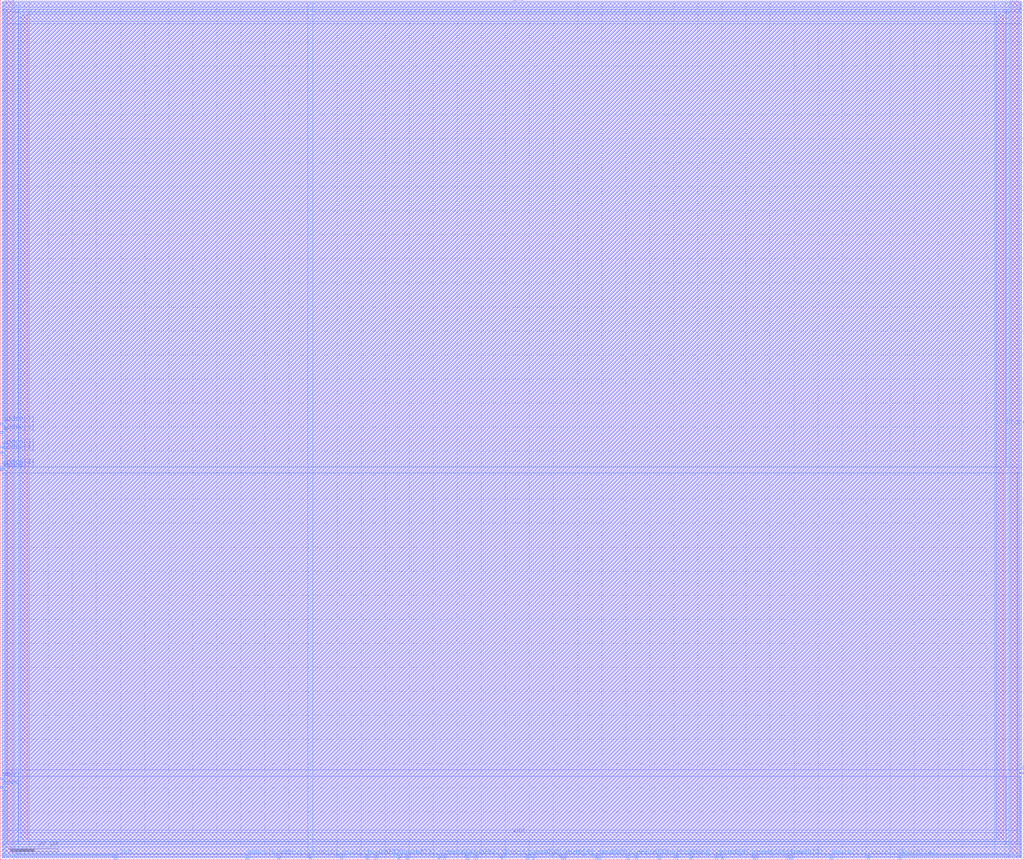
<source format=lef>
VERSION 5.4 ;
NAMESCASESENSITIVE ON ;
BUSBITCHARS "[]" ;
DIVIDERCHAR "/" ;
UNITS
  DATABASE MICRONS 2000 ;
END UNITS
MACRO conv2_wm_sram_16_200_sky130A
   CLASS BLOCK ;
   SIZE 425.57 BY 357.74 ;
   SYMMETRY X Y R90 ;
   PIN din0[0]
      DIRECTION INPUT ;
      PORT
         LAYER m4 ;
         RECT  128.52 0.0 129.26 1.93 ;
      END
   END din0[0]
   PIN din0[1]
      DIRECTION INPUT ;
      PORT
         LAYER m4 ;
         RECT  141.61 0.0 142.35 1.93 ;
      END
   END din0[1]
   PIN din0[2]
      DIRECTION INPUT ;
      PORT
         LAYER m4 ;
         RECT  155.89 0.0 156.63 1.93 ;
      END
   END din0[2]
   PIN din0[3]
      DIRECTION INPUT ;
      PORT
         LAYER m4 ;
         RECT  168.98 0.0 169.72 1.93 ;
      END
   END din0[3]
   PIN din0[4]
      DIRECTION INPUT ;
      PORT
         LAYER m4 ;
         RECT  182.07 0.0 182.81 1.93 ;
      END
   END din0[4]
   PIN din0[5]
      DIRECTION INPUT ;
      PORT
         LAYER m4 ;
         RECT  193.97 0.0 194.71 1.93 ;
      END
   END din0[5]
   PIN din0[6]
      DIRECTION INPUT ;
      PORT
         LAYER m4 ;
         RECT  208.25 0.0 208.99 1.93 ;
      END
   END din0[6]
   PIN din0[7]
      DIRECTION INPUT ;
      PORT
         LAYER m4 ;
         RECT  221.34 0.0 222.08 1.93 ;
      END
   END din0[7]
   PIN din0[8]
      DIRECTION INPUT ;
      PORT
         LAYER m4 ;
         RECT  234.43 0.0 235.17 1.93 ;
      END
   END din0[8]
   PIN din0[9]
      DIRECTION INPUT ;
      PORT
         LAYER m4 ;
         RECT  247.52 0.0 248.26 1.93 ;
      END
   END din0[9]
   PIN din0[10]
      DIRECTION INPUT ;
      PORT
         LAYER m4 ;
         RECT  260.61 0.0 261.35 1.93 ;
      END
   END din0[10]
   PIN din0[11]
      DIRECTION INPUT ;
      PORT
         LAYER m4 ;
         RECT  273.7 0.0 274.44 1.93 ;
      END
   END din0[11]
   PIN din0[12]
      DIRECTION INPUT ;
      PORT
         LAYER m4 ;
         RECT  286.79 0.0 287.53 1.93 ;
      END
   END din0[12]
   PIN din0[13]
      DIRECTION INPUT ;
      PORT
         LAYER m4 ;
         RECT  299.88 0.0 300.62 1.93 ;
      END
   END din0[13]
   PIN din0[14]
      DIRECTION INPUT ;
      PORT
         LAYER m4 ;
         RECT  312.97 0.0 313.71 1.93 ;
      END
   END din0[14]
   PIN din0[15]
      DIRECTION INPUT ;
      PORT
         LAYER m4 ;
         RECT  327.25 0.0 327.99 1.93 ;
      END
   END din0[15]
   PIN addr0[0]
      DIRECTION INPUT ;
      PORT
         LAYER m4 ;
         RECT  102.34 0.0 103.08 1.93 ;
      END
   END addr0[0]
   PIN addr0[1]
      DIRECTION INPUT ;
      PORT
         LAYER m4 ;
         RECT  115.43 0.0 116.17 1.93 ;
      END
   END addr0[1]
   PIN addr0[2]
      DIRECTION INPUT ;
      PORT
         LAYER m3 ;
         RECT  0.0 161.84 1.93 162.58 ;
      END
   END addr0[2]
   PIN addr0[3]
      DIRECTION INPUT ;
      PORT
         LAYER m3 ;
         RECT  0.0 163.03 1.93 163.77 ;
      END
   END addr0[3]
   PIN addr0[4]
      DIRECTION INPUT ;
      PORT
         LAYER m3 ;
         RECT  0.0 168.98 1.93 169.72 ;
      END
   END addr0[4]
   PIN addr0[5]
      DIRECTION INPUT ;
      PORT
         LAYER m3 ;
         RECT  0.0 171.36 1.93 172.1 ;
      END
   END addr0[5]
   PIN addr0[6]
      DIRECTION INPUT ;
      PORT
         LAYER m3 ;
         RECT  0.0 177.31 1.93 178.05 ;
      END
   END addr0[6]
   PIN addr0[7]
      DIRECTION INPUT ;
      PORT
         LAYER m3 ;
         RECT  0.0 180.88 1.93 181.62 ;
      END
   END addr0[7]
   PIN csb0
      DIRECTION INPUT ;
      PORT
         LAYER m3 ;
         RECT  0.0 29.75 1.93 30.49 ;
      END
   END csb0
   PIN web0
      DIRECTION INPUT ;
      PORT
         LAYER m3 ;
         RECT  0.0 33.32 1.93 34.06 ;
      END
   END web0
   PIN clk0
      DIRECTION INPUT ;
      PORT
         LAYER m4 ;
         RECT  47.6 0.0 48.34 1.93 ;
      END
   END clk0
   PIN dout0[0]
      DIRECTION OUTPUT ;
      PORT
         LAYER m4 ;
         RECT  152.32 0.0 153.06 1.93 ;
      END
   END dout0[0]
   PIN dout0[1]
      DIRECTION OUTPUT ;
      PORT
         LAYER m4 ;
         RECT  165.41 0.0 166.15 1.93 ;
      END
   END dout0[1]
   PIN dout0[2]
      DIRECTION OUTPUT ;
      PORT
         LAYER m4 ;
         RECT  184.45 0.0 185.19 1.93 ;
      END
   END dout0[2]
   PIN dout0[3]
      DIRECTION OUTPUT ;
      PORT
         LAYER m4 ;
         RECT  197.54 0.0 198.28 1.93 ;
      END
   END dout0[3]
   PIN dout0[4]
      DIRECTION OUTPUT ;
      PORT
         LAYER m4 ;
         RECT  218.96 0.0 219.7 1.93 ;
      END
   END dout0[4]
   PIN dout0[5]
      DIRECTION OUTPUT ;
      PORT
         LAYER m4 ;
         RECT  233.24 0.0 233.98 1.93 ;
      END
   END dout0[5]
   PIN dout0[6]
      DIRECTION OUTPUT ;
      PORT
         LAYER m4 ;
         RECT  248.71 0.0 249.45 1.93 ;
      END
   END dout0[6]
   PIN dout0[7]
      DIRECTION OUTPUT ;
      PORT
         LAYER m4 ;
         RECT  264.18 0.0 264.92 1.93 ;
      END
   END dout0[7]
   PIN dout0[8]
      DIRECTION OUTPUT ;
      PORT
         LAYER m4 ;
         RECT  280.84 0.0 281.58 1.93 ;
      END
   END dout0[8]
   PIN dout0[9]
      DIRECTION OUTPUT ;
      PORT
         LAYER m4 ;
         RECT  297.5 0.0 298.24 1.93 ;
      END
   END dout0[9]
   PIN dout0[10]
      DIRECTION OUTPUT ;
      PORT
         LAYER m4 ;
         RECT  314.16 0.0 314.9 1.93 ;
      END
   END dout0[10]
   PIN dout0[11]
      DIRECTION OUTPUT ;
      PORT
         LAYER m4 ;
         RECT  328.44 0.0 329.18 1.93 ;
      END
   END dout0[11]
   PIN dout0[12]
      DIRECTION OUTPUT ;
      PORT
         LAYER m4 ;
         RECT  345.1 0.0 345.84 1.93 ;
      END
   END dout0[12]
   PIN dout0[13]
      DIRECTION OUTPUT ;
      PORT
         LAYER m4 ;
         RECT  360.57 0.0 361.31 1.93 ;
      END
   END dout0[13]
   PIN dout0[14]
      DIRECTION OUTPUT ;
      PORT
         LAYER m4 ;
         RECT  373.66 0.0 374.4 1.93 ;
      END
   END dout0[14]
   PIN dout0[15]
      DIRECTION OUTPUT ;
      PORT
         LAYER m3 ;
         RECT  423.64 35.7 425.57 36.44 ;
      END
   END dout0[15]
   PIN vdd
      DIRECTION INOUT ;
      USE POWER ; 
      SHAPE ABUTMENT ; 
      PORT
         LAYER m3 ;
         RECT  8.33 348.67 417.24 351.79 ;
         LAYER m4 ;
         RECT  8.33 8.33 11.45 351.79 ;
         LAYER m3 ;
         RECT  8.33 8.33 417.24 11.45 ;
         LAYER m4 ;
         RECT  414.12 8.33 417.24 351.79 ;
      END
   END vdd
   PIN gnd
      DIRECTION INOUT ;
      USE GROUND ; 
      SHAPE ABUTMENT ; 
      PORT
         LAYER m3 ;
         RECT  2.38 2.38 423.19 5.5 ;
         LAYER m4 ;
         RECT  2.38 2.38 5.5 357.74 ;
         LAYER m4 ;
         RECT  420.07 2.38 423.19 357.74 ;
         LAYER m3 ;
         RECT  2.38 354.62 423.19 357.74 ;
      END
   END gnd
   OBS
   LAYER  m1 ;
      RECT  0.91 0.91 424.66 356.83 ;
   LAYER  m2 ;
      RECT  0.91 0.91 424.66 356.83 ;
   LAYER  m3 ;
      RECT  2.83 160.94 424.66 163.48 ;
      RECT  0.91 164.67 2.83 168.08 ;
      RECT  0.91 173.0 2.83 176.41 ;
      RECT  0.91 178.95 2.83 179.98 ;
      RECT  0.91 31.39 2.83 32.42 ;
      RECT  0.91 34.96 2.83 160.94 ;
      RECT  2.83 34.8 422.74 37.34 ;
      RECT  2.83 37.34 422.74 160.94 ;
      RECT  422.74 37.34 424.66 160.94 ;
      RECT  2.83 163.48 7.43 347.77 ;
      RECT  2.83 347.77 7.43 352.69 ;
      RECT  7.43 163.48 418.14 347.77 ;
      RECT  418.14 163.48 424.66 347.77 ;
      RECT  418.14 347.77 424.66 352.69 ;
      RECT  2.83 7.43 7.43 12.35 ;
      RECT  2.83 12.35 7.43 34.8 ;
      RECT  7.43 12.35 418.14 34.8 ;
      RECT  418.14 7.43 422.74 12.35 ;
      RECT  418.14 12.35 422.74 34.8 ;
      RECT  0.91 0.91 1.48 1.48 ;
      RECT  0.91 1.48 1.48 6.4 ;
      RECT  0.91 6.4 1.48 28.85 ;
      RECT  1.48 0.91 2.83 1.48 ;
      RECT  1.48 6.4 2.83 28.85 ;
      RECT  422.74 0.91 424.09 1.48 ;
      RECT  422.74 6.4 424.09 34.8 ;
      RECT  424.09 0.91 424.66 1.48 ;
      RECT  424.09 1.48 424.66 6.4 ;
      RECT  424.09 6.4 424.66 34.8 ;
      RECT  2.83 0.91 7.43 1.48 ;
      RECT  2.83 6.4 7.43 7.43 ;
      RECT  7.43 0.91 418.14 1.48 ;
      RECT  7.43 6.4 418.14 7.43 ;
      RECT  418.14 0.91 422.74 1.48 ;
      RECT  418.14 6.4 422.74 7.43 ;
      RECT  0.91 182.52 1.48 353.72 ;
      RECT  0.91 353.72 1.48 356.83 ;
      RECT  1.48 182.52 2.83 353.72 ;
      RECT  2.83 352.69 7.43 353.72 ;
      RECT  7.43 352.69 418.14 353.72 ;
      RECT  418.14 352.69 424.09 353.72 ;
      RECT  424.09 352.69 424.66 353.72 ;
      RECT  424.09 353.72 424.66 356.83 ;
   LAYER  m4 ;
      RECT  127.92 2.53 129.86 356.83 ;
      RECT  129.86 0.91 141.01 2.53 ;
      RECT  170.32 0.91 181.47 2.53 ;
      RECT  235.77 0.91 246.92 2.53 ;
      RECT  301.22 0.91 312.37 2.53 ;
      RECT  103.68 0.91 114.83 2.53 ;
      RECT  116.77 0.91 127.92 2.53 ;
      RECT  48.94 0.91 101.74 2.53 ;
      RECT  142.95 0.91 151.72 2.53 ;
      RECT  153.66 0.91 155.29 2.53 ;
      RECT  157.23 0.91 164.81 2.53 ;
      RECT  166.75 0.91 168.38 2.53 ;
      RECT  183.41 0.91 183.85 2.53 ;
      RECT  185.79 0.91 193.37 2.53 ;
      RECT  195.31 0.91 196.94 2.53 ;
      RECT  198.88 0.91 207.65 2.53 ;
      RECT  209.59 0.91 218.36 2.53 ;
      RECT  220.3 0.91 220.74 2.53 ;
      RECT  222.68 0.91 232.64 2.53 ;
      RECT  250.05 0.91 260.01 2.53 ;
      RECT  261.95 0.91 263.58 2.53 ;
      RECT  265.52 0.91 273.1 2.53 ;
      RECT  275.04 0.91 280.24 2.53 ;
      RECT  282.18 0.91 286.19 2.53 ;
      RECT  288.13 0.91 296.9 2.53 ;
      RECT  298.84 0.91 299.28 2.53 ;
      RECT  315.5 0.91 326.65 2.53 ;
      RECT  329.78 0.91 344.5 2.53 ;
      RECT  346.44 0.91 359.97 2.53 ;
      RECT  361.91 0.91 373.06 2.53 ;
      RECT  7.73 2.53 12.05 7.73 ;
      RECT  7.73 352.39 12.05 356.83 ;
      RECT  12.05 2.53 127.92 7.73 ;
      RECT  12.05 7.73 127.92 352.39 ;
      RECT  12.05 352.39 127.92 356.83 ;
      RECT  129.86 2.53 413.52 7.73 ;
      RECT  129.86 7.73 413.52 352.39 ;
      RECT  129.86 352.39 413.52 356.83 ;
      RECT  413.52 2.53 417.84 7.73 ;
      RECT  413.52 352.39 417.84 356.83 ;
      RECT  0.91 0.91 1.78 1.78 ;
      RECT  0.91 1.78 1.78 2.53 ;
      RECT  1.78 0.91 6.1 1.78 ;
      RECT  6.1 0.91 47.0 1.78 ;
      RECT  6.1 1.78 47.0 2.53 ;
      RECT  0.91 2.53 1.78 7.73 ;
      RECT  6.1 2.53 7.73 7.73 ;
      RECT  0.91 7.73 1.78 352.39 ;
      RECT  6.1 7.73 7.73 352.39 ;
      RECT  0.91 352.39 1.78 356.83 ;
      RECT  6.1 352.39 7.73 356.83 ;
      RECT  375.0 0.91 419.47 1.78 ;
      RECT  375.0 1.78 419.47 2.53 ;
      RECT  419.47 0.91 423.79 1.78 ;
      RECT  423.79 0.91 424.66 1.78 ;
      RECT  423.79 1.78 424.66 2.53 ;
      RECT  417.84 2.53 419.47 7.73 ;
      RECT  423.79 2.53 424.66 7.73 ;
      RECT  417.84 7.73 419.47 352.39 ;
      RECT  423.79 7.73 424.66 352.39 ;
      RECT  417.84 352.39 419.47 356.83 ;
      RECT  423.79 352.39 424.66 356.83 ;
   END
END    conv2_wm_sram_16_200_sky130A
END    LIBRARY

</source>
